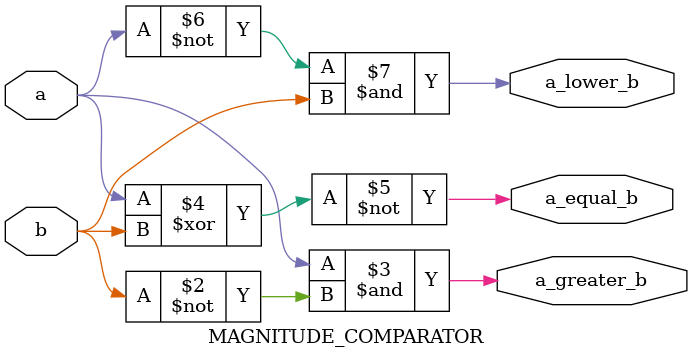
<source format=v>
module MAGNITUDE_COMPARATOR (
	input a, b,
	output reg a_greater_b, a_equal_b, a_lower_b
);

	always @(a, b) begin
		a_greater_b <= a & ~b;
		a_equal_b <= ~(a^b);
		a_lower_b <= ~a & b;
	end
endmodule
</source>
